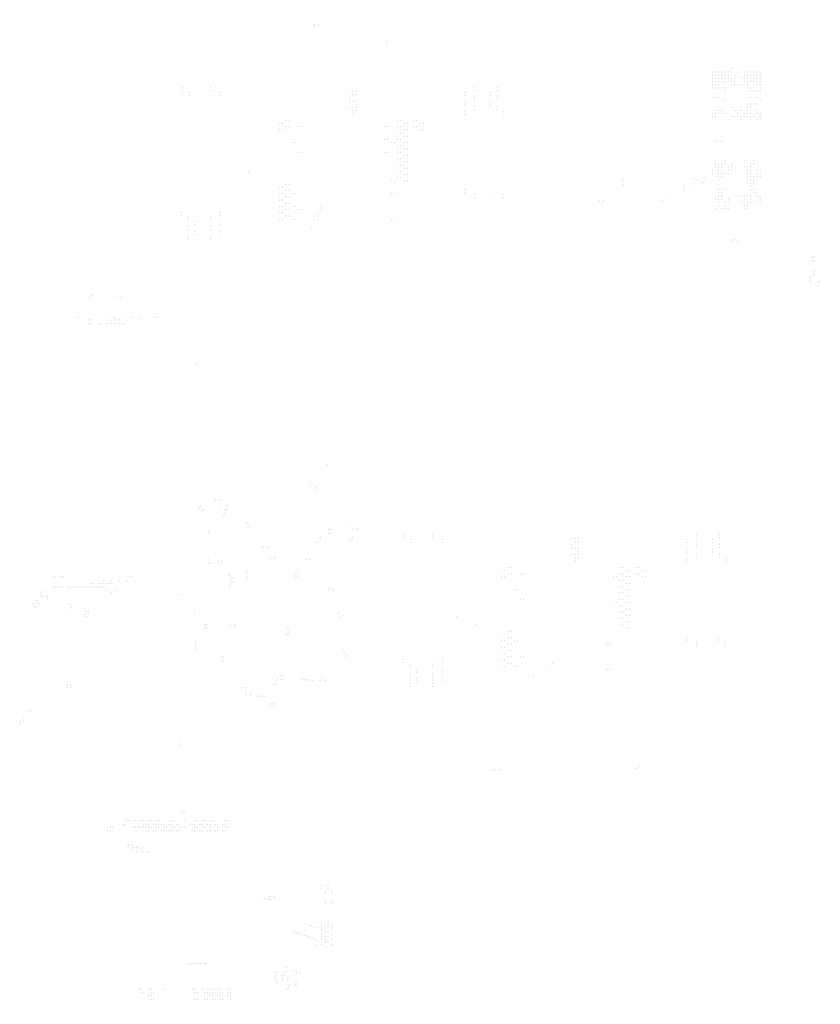
<source format=gbr>
G04 Created by GerbView*
%FSLAX35Y35*%
%MOMM*%
G75*
%ADD10C,0.0254*%
%ADD11C,0.1981*%
%LNEXPORT*%
D02*
D10*
D11*
X22900000Y26485000D03*
D10*
D11*
X22600000Y28262500D03*
D10*
D11*
X11750000Y26350000D03*
D10*
D11*
X14056250Y25725000D03*
D10*
D11*
X11950000Y26250000D03*
D10*
D11*
X14937500Y25725000D03*
D10*
D11*
X11950000Y26450000D03*
D10*
D11*
X13756250Y25875000D03*
D10*
D11*
X11750000Y26550000D03*
D10*
D11*
X14725000Y25875000D03*
D10*
D11*
X11650000Y26350000D03*
D10*
D11*
X14056250Y25825000D03*
D10*
D11*
X11850000Y26250000D03*
D10*
D11*
X14937500Y25825000D03*
D10*
D11*
X11850000Y26450000D03*
D10*
D11*
X13756250Y25975000D03*
D10*
D11*
X11650000Y26550000D03*
D10*
D11*
X14725000Y25975000D03*
D10*
D11*
X18700000Y12350000D03*
D10*
D11*
X21006250Y11725000D03*
D10*
D11*
X18900000Y12250000D03*
D10*
D11*
X21887500Y11725000D03*
D10*
D11*
X18900000Y12450000D03*
D10*
D11*
X20706250Y11875000D03*
D10*
D11*
X18700000Y12550000D03*
D10*
D11*
X21675000Y11875000D03*
D10*
D11*
X18600000Y12350000D03*
D10*
D11*
X21006250Y11825000D03*
D10*
D11*
X18800000Y12250000D03*
D10*
D11*
X21887500Y11825000D03*
D10*
D11*
X18800000Y12450000D03*
D10*
D11*
X20706250Y11975000D03*
D10*
D11*
X18600000Y12550000D03*
D10*
D11*
X21675000Y11975000D03*
D10*
D11*
X5793750Y29175000D03*
D10*
D11*
X4912500Y29175000D03*
D10*
D11*
X6093750Y29025000D03*
D10*
D11*
X5125000Y29025000D03*
D10*
D11*
X5793750Y29075000D03*
D10*
D11*
X4912500Y29075000D03*
D10*
D11*
X6093750Y28925000D03*
D10*
D11*
X5125000Y28925000D03*
D10*
D11*
X12743750Y15175000D03*
D10*
D11*
X15200000Y14150000D03*
D10*
D11*
X11862500Y15175000D03*
D10*
D11*
X15000000Y14050000D03*
D10*
D11*
X13043750Y15025000D03*
D10*
D11*
X15200000Y13950000D03*
D10*
D11*
X12075000Y15025000D03*
D10*
D11*
X15000000Y13850000D03*
D10*
D11*
X12743750Y15075000D03*
D10*
D11*
X15100000Y14150000D03*
D10*
D11*
X11862500Y15075000D03*
D10*
D11*
X14900000Y14050000D03*
D10*
D11*
X13043750Y14925000D03*
D10*
D11*
X15100000Y13950000D03*
D10*
D11*
X12075000Y14925000D03*
D10*
D11*
X14900000Y13850000D03*
D10*
D11*
X4733210Y6102130D03*
D10*
D11*
X4813220Y6102130D03*
D10*
D11*
X3170000Y21900000D03*
D10*
D11*
X3330000Y21980000D03*
D10*
D11*
X3570000Y21980000D03*
D10*
D11*
X22800000Y25585000D03*
D10*
D11*
X22700000Y25685000D03*
D10*
D11*
X22600000Y25785000D03*
D10*
D11*
X6987500Y26518750D03*
D10*
D11*
X14112500Y12356250D03*
D10*
D11*
X4733210Y5901980D03*
D10*
D11*
X4813220Y5901980D03*
D10*
D11*
X4813220Y6022120D03*
D10*
D11*
X4892980Y6022120D03*
D10*
D11*
X9450000Y17331250D03*
D10*
D11*
X22500000Y26885000D03*
D10*
D11*
X9406910Y17380590D03*
D10*
D11*
X9387510Y3943390D03*
D10*
D11*
X9387510Y4023400D03*
D10*
D11*
X9267370Y4103410D03*
D10*
D11*
X9267370Y4183420D03*
D10*
D11*
X22800000Y28262500D03*
D10*
D11*
X22700000Y28362500D03*
D10*
D11*
X23000000Y28162500D03*
D10*
D11*
X23000000Y28262500D03*
D10*
D11*
X22700000Y28562500D03*
D10*
D11*
X22900000Y28462500D03*
D10*
D11*
X22600000Y28562500D03*
D10*
D11*
X22700000Y28162500D03*
D10*
D11*
X22400000Y28462500D03*
D10*
D11*
X22900000Y28162500D03*
D10*
D11*
X22500000Y28262500D03*
D10*
D11*
X22700000Y28262500D03*
D10*
D11*
X22600000Y28462500D03*
D10*
D11*
X22500000Y28362500D03*
D10*
D11*
X5325000Y11656650D03*
D10*
D11*
X5325000Y11846150D03*
D10*
D11*
X6930070Y13844100D03*
D10*
D11*
X5325000Y11593360D03*
D10*
D11*
X5325000Y11782860D03*
D10*
D11*
X6930070Y13954100D03*
D10*
D11*
X5661360Y12352500D03*
D10*
D11*
X6425000Y12300000D03*
D10*
D11*
X5661360Y12252500D03*
D10*
D11*
X6525000Y12300000D03*
D10*
D11*
X4856250Y8700000D03*
D10*
D11*
X8231250Y12092500D03*
D10*
D11*
X4856250Y8600000D03*
D10*
D11*
X8231250Y12192500D03*
D10*
D11*
X5483060Y1750000D03*
D10*
D11*
X9497500Y15325000D03*
D10*
D11*
X5583060Y1750000D03*
D10*
D11*
X9497500Y15225000D03*
D10*
D11*
X2690000Y21900000D03*
D10*
D11*
X2770000Y21900000D03*
D10*
D11*
X21600000Y28362500D03*
D10*
D11*
X22600000Y25485000D03*
D10*
D11*
X21600000Y28462500D03*
D10*
D11*
X22500000Y25685000D03*
D10*
D11*
X21600000Y28262500D03*
D10*
D11*
X22900000Y25885000D03*
D10*
D11*
X21800000Y28462500D03*
D10*
D11*
X22500000Y25785000D03*
D10*
D11*
X21700000Y28462500D03*
D10*
D11*
X22600000Y25385000D03*
D10*
D11*
X21500000Y28262500D03*
D10*
D11*
X22300000Y25785000D03*
D10*
D11*
X21700000Y28562500D03*
D10*
D11*
X22500000Y25485000D03*
D10*
D11*
X21500000Y28362500D03*
D10*
D11*
X22400000Y25585000D03*
D10*
D11*
X21900000Y28762500D03*
D10*
D11*
X22500000Y25385000D03*
D10*
D11*
X21800000Y28362500D03*
D10*
D11*
X22700000Y25785000D03*
D10*
D11*
X21700000Y28362500D03*
D10*
D11*
X23000000Y25585000D03*
D10*
D11*
X21900000Y28362500D03*
D10*
D11*
X22900000Y25785000D03*
D10*
D11*
X4050000Y21980000D03*
D10*
D11*
X4130000Y21980000D03*
D10*
D11*
X23000000Y26585000D03*
D10*
D11*
X22700000Y26385000D03*
D10*
D11*
X22800000Y26785000D03*
D10*
D11*
X23000000Y26485000D03*
D10*
D11*
X22600000Y26385000D03*
D10*
D11*
X22700000Y26285000D03*
D10*
D11*
X22900000Y26385000D03*
D10*
D11*
X22800000Y26285000D03*
D10*
D11*
X23000000Y26385000D03*
D10*
D11*
X4781250Y13306250D03*
D10*
D11*
X5301100Y20512500D03*
D10*
D11*
X5366900Y20512500D03*
D10*
D11*
X7664000Y9825000D03*
D10*
D11*
X7763750Y9825000D03*
D10*
D11*
X8950000Y24750000D03*
D10*
D11*
X15900000Y10750000D03*
D10*
D11*
X22900000Y28862500D03*
D10*
D11*
X23000000Y28762500D03*
D10*
D11*
X22700000Y28862500D03*
D10*
D11*
X21600000Y29662500D03*
D10*
D11*
X21800000Y29462500D03*
D10*
D11*
X21700000Y29562500D03*
D10*
D11*
X22100000Y29262500D03*
D10*
D11*
X21800000Y29562500D03*
D10*
D11*
X21900000Y29462500D03*
D10*
D11*
X21700000Y29662500D03*
D10*
D11*
X22000000Y29462500D03*
D10*
D11*
X21800000Y29662500D03*
D10*
D11*
X22000000Y29362500D03*
D10*
D11*
X21900000Y29562500D03*
D10*
D11*
X21700000Y29462500D03*
D10*
D11*
X21600000Y29262500D03*
D10*
D11*
X21800000Y29362500D03*
D10*
D11*
X21500000Y29462500D03*
D10*
D11*
X21900000Y29362500D03*
D10*
D11*
X21500000Y29362500D03*
D10*
D11*
X21700000Y29162500D03*
D10*
D11*
X21500000Y29262500D03*
D10*
D11*
X21600000Y29162500D03*
D10*
D11*
X21800000Y29162500D03*
D10*
D11*
X21500000Y29162500D03*
D10*
D11*
X21600000Y29562500D03*
D10*
D11*
X22100000Y29362500D03*
D10*
D11*
X22000000Y29562500D03*
D10*
D11*
X22100000Y29462500D03*
D10*
D11*
X21900000Y29662500D03*
D10*
D11*
X22200000Y29262500D03*
D10*
D11*
X22000000Y29662500D03*
D10*
D11*
X21500000Y29662500D03*
D10*
D11*
X21600000Y29362500D03*
D10*
D11*
X21600000Y29462500D03*
D10*
D11*
X21700000Y29362500D03*
D10*
D11*
X21500000Y29562500D03*
D10*
D11*
X21700000Y29262500D03*
D10*
D11*
X22800000Y29362500D03*
D10*
D11*
X22800000Y29462500D03*
D10*
D11*
X22900000Y29362500D03*
D10*
D11*
X22700000Y29362500D03*
D10*
D11*
X22900000Y29462500D03*
D10*
D11*
X23000000Y29562500D03*
D10*
D11*
X22900000Y29262500D03*
D10*
D11*
X23000000Y29462500D03*
D10*
D11*
X22700000Y29162500D03*
D10*
D11*
X22800000Y29162500D03*
D10*
D11*
X22600000Y29162500D03*
D10*
D11*
X23000000Y29362500D03*
D10*
D11*
X22800000Y29562500D03*
D10*
D11*
X22800000Y29662500D03*
D10*
D11*
X22700000Y29662500D03*
D10*
D11*
X22500000Y29462500D03*
D10*
D11*
X22600000Y29462500D03*
D10*
D11*
X22500000Y29562500D03*
D10*
D11*
X22500000Y29362500D03*
D10*
D11*
X22600000Y29262500D03*
D10*
D11*
X22600000Y29662500D03*
D10*
D11*
X22400000Y29462500D03*
D10*
D11*
X22700000Y29062500D03*
D10*
D11*
X22900000Y29562500D03*
D10*
D11*
X23000000Y29262500D03*
D10*
D11*
X22800000Y29062500D03*
D10*
D11*
X23000000Y29162500D03*
D10*
D11*
X22900000Y29062500D03*
D10*
D11*
X22600000Y29062500D03*
D10*
D11*
X23000000Y29062500D03*
D10*
D11*
X23000000Y29662500D03*
D10*
D11*
X22700000Y29462500D03*
D10*
D11*
X22900000Y29662500D03*
D10*
D11*
X22700000Y29562500D03*
D10*
D11*
X22600000Y29562500D03*
D10*
D11*
X22600000Y29362500D03*
D10*
D11*
X24812500Y23076250D03*
D10*
D11*
X24812500Y22976250D03*
D10*
D11*
X24543750Y23232500D03*
D10*
D11*
X24543750Y23132500D03*
D10*
D11*
X24656250Y23419610D03*
D10*
D11*
X24656250Y23345390D03*
D10*
D11*
X24625000Y23863750D03*
D10*
D11*
X24625000Y23763750D03*
D10*
D11*
X22600000Y28362500D03*
D10*
D11*
X8900000Y14411360D03*
D10*
D11*
X9050000Y25050000D03*
D10*
D11*
X5163020Y1750000D03*
D10*
D11*
X9509150Y13509890D03*
D10*
D11*
X8800000Y14411360D03*
D10*
D11*
X9050000Y25150000D03*
D10*
D11*
X5263020Y1750000D03*
D10*
D11*
X9609150Y13509890D03*
D10*
D11*
X8510500Y13853750D03*
D10*
D11*
X8725000Y10632500D03*
D10*
D11*
X8510500Y13953750D03*
D10*
D11*
X8825000Y10632500D03*
D10*
D11*
X10122750Y15037500D03*
D10*
D11*
X22237500Y24404900D03*
D10*
D11*
X10351500Y15338000D03*
D10*
D11*
X21737500Y27483750D03*
D10*
D11*
X7768750Y14435400D03*
D10*
D11*
X9150000Y25150000D03*
D10*
D11*
X10232750Y15037500D03*
D10*
D11*
X22137500Y24404900D03*
D10*
D11*
X10241500Y15338000D03*
D10*
D11*
X21637500Y27483750D03*
D10*
D11*
X7668750Y14435400D03*
D10*
D11*
X9150000Y25250000D03*
D10*
D11*
X-00054999Y9380000D03*
D10*
D11*
X-00163999Y9266000D03*
D10*
D11*
X148000Y9696000D03*
D10*
D11*
X10026000Y11370000D03*
D10*
D11*
X10178000Y14988000D03*
D10*
D11*
X10218000Y15395000D03*
D10*
D11*
X10237000Y15099000D03*
D10*
D11*
X10397000Y15378000D03*
D10*
D11*
X1301000Y10456000D03*
D10*
D11*
X1343000Y13013000D03*
D10*
D11*
X1408000Y10457000D03*
D10*
D11*
X1436000Y12878000D03*
D10*
D11*
X14637000Y7808000D03*
D10*
D11*
X14879000Y7809000D03*
D10*
D11*
X17928000Y25634000D03*
D10*
D11*
X18106000Y25636000D03*
D10*
D11*
X18689000Y26292000D03*
D10*
D11*
X18694000Y26090000D03*
D10*
D11*
X1912000Y12598000D03*
D10*
D11*
X1965000Y12787000D03*
D10*
D11*
X1966000Y12695000D03*
D10*
D11*
X19087000Y7866000D03*
D10*
D11*
X19187000Y7963000D03*
D10*
D11*
X19836000Y25649000D03*
D10*
D11*
X225000Y13026850D03*
D10*
D11*
X20000000Y25652000D03*
D10*
D11*
X21575000Y27527000D03*
D10*
D11*
X21812000Y27483000D03*
D10*
D11*
X22086000Y24356000D03*
D10*
D11*
X22292000Y24356000D03*
D10*
D11*
X24580000Y23084000D03*
D10*
D11*
X24592000Y23272000D03*
D10*
D11*
X24682000Y23739000D03*
D10*
D11*
X24685000Y23294000D03*
D10*
D11*
X24685000Y23880000D03*
D10*
D11*
X24709000Y23458000D03*
D10*
D11*
X24861000Y23107000D03*
D10*
D11*
X2770000Y21980000D03*
D10*
D11*
X308000Y13138000D03*
D10*
D11*
X323000Y12904000D03*
D10*
D11*
X3203000Y5408000D03*
D10*
D11*
X3339000Y5320000D03*
D10*
D11*
X3453050Y5901980D03*
D10*
D11*
X3477000Y5264000D03*
D10*
D11*
X3514000Y5415000D03*
D10*
D11*
X3533060Y6022120D03*
D10*
D11*
X3620000Y5228000D03*
D10*
D11*
X3656000Y5369000D03*
D10*
D11*
X3693080Y6102130D03*
D10*
D11*
X3773090Y6022120D03*
D10*
D11*
X3845000Y5229000D03*
D10*
D11*
X427000Y13018000D03*
D10*
D11*
X4050000Y22100000D03*
D10*
D11*
X4173140Y6102130D03*
D10*
D11*
X4333160Y951520D03*
D10*
D11*
X4413170Y5901980D03*
D10*
D11*
X4972990Y6022120D03*
D10*
D11*
X4972990Y6222020D03*
D10*
D11*
X504000Y13385000D03*
D10*
D11*
X538000Y13237000D03*
D10*
D11*
X5100000Y1750000D03*
D10*
D11*
X5133010Y6102130D03*
D10*
D11*
X5325000Y1750000D03*
D10*
D11*
X5407000Y20561000D03*
D10*
D11*
X5425000Y1750000D03*
D10*
D11*
X5437500Y16012500D03*
D10*
D11*
X5525000Y15925000D03*
D10*
D11*
X5600000Y12250000D03*
D10*
D11*
X5606250Y12350000D03*
D10*
D11*
X5643750Y1750000D03*
D10*
D11*
X5693080Y951520D03*
D10*
D11*
X5725000Y15275000D03*
D10*
D11*
X5773090Y831630D03*
D10*
D11*
X5800000Y14275000D03*
D10*
D11*
X5925000Y16287500D03*
D10*
D11*
X5933110Y951520D03*
D10*
D11*
X632000Y13250000D03*
D10*
D11*
X6013120Y831630D03*
D10*
D11*
X6025000Y14300000D03*
D10*
D11*
X6100000Y15950000D03*
D10*
D11*
X6125000Y11375000D03*
D10*
D11*
X6125000Y16262500D03*
D10*
D11*
X6127000Y11215000D03*
D10*
D11*
X6150000Y14300000D03*
D10*
D11*
X6204000Y15779000D03*
D10*
D11*
X6322000Y15927000D03*
D10*
D11*
X6350000Y16100000D03*
D10*
D11*
X6359000Y13929000D03*
D10*
D11*
X6393750Y12350000D03*
D10*
D11*
X6397000Y13568000D03*
D10*
D11*
X6523000Y13820000D03*
D10*
D11*
X6525000Y13700000D03*
D10*
D11*
X6556250Y12350000D03*
D10*
D11*
X6890000Y10152000D03*
D10*
D11*
X6890000Y10331000D03*
D10*
D11*
X6910000Y15548000D03*
D10*
D11*
X6912500Y14012500D03*
D10*
D11*
X6937500Y13781250D03*
D10*
D11*
X7006000Y15384000D03*
D10*
D11*
X7056000Y10151000D03*
D10*
D11*
X7247000Y10123000D03*
D10*
D11*
X7392000Y14761000D03*
D10*
D11*
X7462500Y3806250D03*
D10*
D11*
X7471000Y10123000D03*
D10*
D11*
X7590000Y14759000D03*
D10*
D11*
X7606250Y3818750D03*
D10*
D11*
X7637500Y14387500D03*
D10*
D11*
X7658000Y9885000D03*
D10*
D11*
X7675000Y3756250D03*
D10*
D11*
X7776000Y9887000D03*
D10*
D11*
X7778000Y10477000D03*
D10*
D11*
X7804000Y1491000D03*
D10*
D11*
X7806250Y3800000D03*
D10*
D11*
X7818750Y14481250D03*
D10*
D11*
X7822000Y1338000D03*
D10*
D11*
X7832000Y1264000D03*
D10*
D11*
X7890000Y10652000D03*
D10*
D11*
X8030000Y1233000D03*
D10*
D11*
X8057000Y10746000D03*
D10*
D11*
X8058000Y10650000D03*
D10*
D11*
X8092000Y1376000D03*
D10*
D11*
X8103000Y1503000D03*
D10*
D11*
X8109000Y1650000D03*
D10*
D11*
X8181250Y12062500D03*
D10*
D11*
X8181250Y12225000D03*
D10*
D11*
X8183000Y947000D03*
D10*
D11*
X8292000Y1098000D03*
D10*
D11*
X8399000Y1529000D03*
D10*
D11*
X8423000Y1094000D03*
D10*
D11*
X8437500Y13931250D03*
D10*
D11*
X8438000Y13830000D03*
D10*
D11*
X8587000Y1452000D03*
D10*
D11*
X8665000Y10643000D03*
D10*
D11*
X8894000Y10619000D03*
D10*
D11*
X8918000Y16703000D03*
D10*
D11*
X9003000Y10618000D03*
D10*
D11*
X9056000Y16561000D03*
D10*
D11*
X9090000Y14929000D03*
D10*
D11*
X9175000Y31137500D03*
D10*
D11*
X9227000Y10619000D03*
D10*
D11*
X9228000Y15100000D03*
D10*
D11*
X9403000Y10618000D03*
D10*
D11*
X9481250Y13450000D03*
D10*
D11*
X9563000Y15349000D03*
D10*
D11*
X9564000Y15215000D03*
D10*
D11*
X9637500Y13450000D03*
D10*
D11*
X9812500Y12750000D03*
D10*
D11*
X9925000Y12643750D03*
D10*
D11*
X9951000Y11561000D03*
D10*
D11*
X21600000Y28862500D03*
D10*
D11*
X21700000Y28862500D03*
D10*
D11*
X21500000Y28862500D03*
D10*
D11*
X21900000Y29162500D03*
D10*
D11*
X21900000Y29062500D03*
D10*
D11*
X22100000Y28262500D03*
D10*
D11*
X22000000Y28162500D03*
D10*
D11*
X-00056249Y9325000D03*
D10*
D11*
X7993460Y10642250D03*
D10*
D11*
X-00162499Y9325000D03*
D10*
D11*
X7993460Y10752250D03*
D10*
D11*
X150000Y9637500D03*
D10*
D11*
X7850000Y10602250D03*
D10*
D11*
X43750Y9637500D03*
D10*
D11*
X7850000Y10492250D03*
D10*
D11*
X12250000Y28150000D03*
D10*
D11*
X3613070Y6222020D03*
D10*
D11*
X12450000Y28050000D03*
D10*
D11*
X3373040Y6222020D03*
D10*
D11*
X12250000Y27950000D03*
D10*
D11*
X3613070Y6022120D03*
D10*
D11*
X12450000Y27850000D03*
D10*
D11*
X3373040Y6022120D03*
D10*
D11*
X12150000Y28150000D03*
D10*
D11*
X3693080Y6222020D03*
D10*
D11*
X12350000Y28050000D03*
D10*
D11*
X3453050Y6222020D03*
D10*
D11*
X12150000Y27950000D03*
D10*
D11*
X3693080Y6022120D03*
D10*
D11*
X12350000Y27850000D03*
D10*
D11*
X3453050Y6022120D03*
D10*
D11*
X19200000Y14150000D03*
D10*
D11*
X4093130Y6222020D03*
D10*
D11*
X19400000Y14050000D03*
D10*
D11*
X3853100Y6222020D03*
D10*
D11*
X19200000Y13950000D03*
D10*
D11*
X4093130Y6022120D03*
D10*
D11*
X19400000Y13850000D03*
D10*
D11*
X4333160Y6022120D03*
D10*
D11*
X19100000Y14150000D03*
D10*
D11*
X4173140Y6222020D03*
D10*
D11*
X19300000Y14050000D03*
D10*
D11*
X3933110Y6222020D03*
D10*
D11*
X19100000Y13950000D03*
D10*
D11*
X4173140Y6022120D03*
D10*
D11*
X19300000Y13850000D03*
D10*
D11*
X4413170Y6022120D03*
D10*
D11*
X11750000Y28150000D03*
D10*
D11*
X3677510Y5251000D03*
D10*
D11*
X11950000Y28050000D03*
D10*
D11*
X3354500Y5378740D03*
D10*
D11*
X11750000Y27950000D03*
D10*
D11*
X3514760Y5319490D03*
D10*
D11*
X11950000Y27850000D03*
D10*
D11*
X3229500Y5462500D03*
D10*
D11*
X11650000Y28150000D03*
D10*
D11*
X3787510Y5251000D03*
D10*
D11*
X11850000Y28050000D03*
D10*
D11*
X3464500Y5378740D03*
D10*
D11*
X11650000Y27950000D03*
D10*
D11*
X3624760Y5319490D03*
D10*
D11*
X11850000Y27850000D03*
D10*
D11*
X3339500Y5462500D03*
D10*
D11*
X18700000Y14150000D03*
D10*
D11*
X4253150Y5901980D03*
D10*
D11*
X18900000Y14050000D03*
D10*
D11*
X4013120Y5901980D03*
D10*
D11*
X18700000Y13950000D03*
D10*
D11*
X4013120Y6102130D03*
D10*
D11*
X18900000Y13850000D03*
D10*
D11*
X3773090Y6102130D03*
D10*
D11*
X18600000Y14150000D03*
D10*
D11*
X4333160Y5901980D03*
D10*
D11*
X18800000Y14050000D03*
D10*
D11*
X4093130Y5901980D03*
D10*
D11*
X18600000Y13950000D03*
D10*
D11*
X4093130Y6102130D03*
D10*
D11*
X18800000Y13850000D03*
D10*
D11*
X3853100Y6102130D03*
D10*
D11*
X22700000Y25585000D03*
D10*
D11*
X22600000Y25585000D03*
D10*
D11*
X22400000Y25785000D03*
D10*
D11*
X22600000Y26685000D03*
D10*
D11*
X5613070Y6222020D03*
D10*
D11*
X5533060Y6222020D03*
D10*
D11*
X5533060Y6102130D03*
D10*
D11*
X5453050Y6102130D03*
D10*
D11*
X22700000Y26585000D03*
D10*
D11*
X5613070Y6022120D03*
D10*
D11*
X22900000Y26585000D03*
D10*
D11*
X5533060Y6022120D03*
D10*
D11*
X5533060Y5901980D03*
D10*
D11*
X22700000Y26485000D03*
D10*
D11*
X5453050Y5901980D03*
D10*
D11*
X22800000Y26885000D03*
D10*
D11*
X3330000Y13850000D03*
D10*
D11*
X3250000Y13850000D03*
D10*
D11*
X11350000Y27150000D03*
D10*
D11*
X8550000Y27950000D03*
D10*
D11*
X8550000Y25350000D03*
D10*
D11*
X8350000Y25050000D03*
D10*
D11*
X15500000Y13950000D03*
D10*
D11*
X11550000Y25050000D03*
D10*
D11*
X15300000Y13450000D03*
D10*
D11*
X15500000Y13150000D03*
D10*
D11*
X15500000Y11350000D03*
D10*
D11*
X15300000Y11850000D03*
D10*
D11*
X15300000Y11050000D03*
D10*
D11*
X11350000Y27950000D03*
D10*
D11*
X11550000Y25850000D03*
D10*
D11*
X11550000Y26250000D03*
D10*
D11*
X11550000Y27450000D03*
D10*
D11*
X8350000Y27450000D03*
D10*
D11*
X8350000Y25850000D03*
D10*
D11*
X8550000Y27150000D03*
D10*
D11*
X11250000Y27150000D03*
D10*
D11*
X8650000Y27950000D03*
D10*
D11*
X8650000Y25350000D03*
D10*
D11*
X8450000Y25050000D03*
D10*
D11*
X15600000Y13950000D03*
D10*
D11*
X11450000Y25050000D03*
D10*
D11*
X15400000Y13450000D03*
D10*
D11*
X15600000Y13150000D03*
D10*
D11*
X15600000Y11350000D03*
D10*
D11*
X15400000Y11850000D03*
D10*
D11*
X15400000Y11050000D03*
D10*
D11*
X11250000Y27950000D03*
D10*
D11*
X11450000Y25850000D03*
D10*
D11*
X11450000Y26250000D03*
D10*
D11*
X11450000Y27450000D03*
D10*
D11*
X8450000Y27450000D03*
D10*
D11*
X8450000Y25850000D03*
D10*
D11*
X8650000Y27150000D03*
D10*
D11*
X3053000Y6102130D03*
D10*
D11*
X5731250Y14386250D03*
D10*
D11*
X6137500Y14362500D03*
D10*
D11*
X6465830Y13812930D03*
D10*
D11*
X3853100Y6022120D03*
D10*
D11*
X6387500Y13631680D03*
D10*
D11*
X14705000Y7825000D03*
D10*
D11*
X3133000Y6102000D03*
D10*
D11*
X5731250Y14286250D03*
D10*
D11*
X6037500Y14362500D03*
D10*
D11*
X6395110Y13883650D03*
D10*
D11*
X3933110Y6022120D03*
D10*
D11*
X6458220Y13702400D03*
D10*
D11*
X14805000Y7825000D03*
D10*
D11*
X19973750Y25600000D03*
D10*
D11*
X7307500Y10123040D03*
D10*
D11*
X19873750Y25600000D03*
D10*
D11*
X7407500Y10123040D03*
D10*
D11*
X20622500Y25959380D03*
D10*
D11*
X2653210Y6022120D03*
D10*
D11*
X20622500Y26059380D03*
D10*
D11*
X2733000Y6022000D03*
D10*
D11*
X10049560Y11431690D03*
D10*
D11*
X18073750Y25587500D03*
D10*
D11*
X17973750Y25587500D03*
D10*
D11*
X9978840Y11502410D03*
D10*
D11*
X18721880Y26140620D03*
D10*
D11*
X3133000Y6222130D03*
D10*
D11*
X18721880Y26240620D03*
D10*
D11*
X3213000Y6222000D03*
D10*
D11*
X6965000Y15426250D03*
D10*
D11*
X9257500Y10687500D03*
D10*
D11*
X6965000Y15526250D03*
D10*
D11*
X9357500Y10687500D03*
D10*
D11*
X11350000Y27550000D03*
D10*
D11*
X5488210Y16043030D03*
D10*
D11*
X5961250Y16240000D03*
D10*
D11*
X8350000Y25450000D03*
D10*
D11*
X3773090Y5901980D03*
D10*
D11*
X7440630Y14796250D03*
D10*
D11*
X11250000Y27550000D03*
D10*
D11*
X5558930Y15972310D03*
D10*
D11*
X6061250Y16240000D03*
D10*
D11*
X8450000Y25450000D03*
D10*
D11*
X3853100Y5901980D03*
D10*
D11*
X7540630Y14796250D03*
D10*
D11*
X18500000Y13050000D03*
D10*
D11*
X18300000Y11750000D03*
D10*
D11*
X18300000Y10950000D03*
D10*
D11*
X18500000Y13850000D03*
D10*
D11*
X18400000Y13050000D03*
D10*
D11*
X18200000Y11750000D03*
D10*
D11*
X18200000Y10950000D03*
D10*
D11*
X18400000Y13850000D03*
D10*
D11*
X11310000Y30626250D03*
D10*
D11*
X6293750Y15979750D03*
D10*
D11*
X6225000Y15948250D03*
D10*
D11*
X9046250Y31079600D03*
D10*
D11*
X19144470Y7838210D03*
D10*
D11*
X11310000Y30526250D03*
D10*
D11*
X6293750Y16089750D03*
D10*
D11*
X6225000Y15838250D03*
D10*
D11*
X9046250Y31142890D03*
D10*
D11*
X19215190Y7908930D03*
D10*
D11*
X5765000Y15226250D03*
D10*
D11*
X6181250Y11350000D03*
D10*
D11*
X5765000Y15326250D03*
D10*
D11*
X6181250Y11250000D03*
D10*
D11*
X850000Y13850000D03*
D10*
D11*
X9093750Y2475000D03*
D10*
D11*
X9267370Y2663480D03*
D10*
D11*
X930000Y13850000D03*
D10*
D11*
X9387510Y2583470D03*
D10*
D11*
X1090000Y13850000D03*
D10*
D11*
X8931250Y2562500D03*
D10*
D11*
X9267370Y2583470D03*
D10*
D11*
X1170000Y13850000D03*
D10*
D11*
X8800000Y2612500D03*
D10*
D11*
X9387510Y2503460D03*
D10*
D11*
X1330000Y13530000D03*
D10*
D11*
X9006250Y2543750D03*
D10*
D11*
X9467520Y2903510D03*
D10*
D11*
X1410000Y13530000D03*
D10*
D11*
X8862500Y2587500D03*
D10*
D11*
X9587410Y2823500D03*
D10*
D11*
X1490000Y13530000D03*
D10*
D11*
X8731250Y2637500D03*
D10*
D11*
X9467520Y2743490D03*
D10*
D11*
X1570000Y13530000D03*
D10*
D11*
X8662500Y2656250D03*
D10*
D11*
X9587410Y2663480D03*
D10*
D11*
X1650000Y13530000D03*
D10*
D11*
X8600000Y2675000D03*
D10*
D11*
X9467520Y2583470D03*
D10*
D11*
X1730000Y13530000D03*
D10*
D11*
X8531250Y2700000D03*
D10*
D11*
X9587410Y2503460D03*
D10*
D11*
X1810000Y13530000D03*
D10*
D11*
X8468750Y2725000D03*
D10*
D11*
X9467520Y2423450D03*
D10*
D11*
X1890000Y13530000D03*
D10*
D11*
X8393750Y2743750D03*
D10*
D11*
X9587410Y2343440D03*
D10*
D11*
X2690000Y21780000D03*
D10*
D11*
X2770000Y21780000D03*
D10*
D11*
X2530000Y21780000D03*
D10*
D11*
X9467520Y2983520D03*
D10*
D11*
X2610000Y21780000D03*
D10*
D11*
X9587410Y2903510D03*
D10*
D11*
X3090000Y21780000D03*
D10*
D11*
X3010000Y21780000D03*
D10*
D11*
X1298500Y10393750D03*
D10*
D11*
X1408500Y10393750D03*
D10*
D11*
X22100000Y28562500D03*
D10*
D11*
X22200000Y28262500D03*
D10*
D11*
X22200000Y28462500D03*
D10*
D11*
X22700000Y26085000D03*
D10*
D11*
X9156760Y14944260D03*
D10*
D11*
X9790780Y12686930D03*
D10*
D11*
X9227480Y15014980D03*
D10*
D11*
X9861500Y12616210D03*
D10*
D11*
X4370000Y21900000D03*
D10*
D11*
X5293750Y12731250D03*
D10*
D11*
X1650000Y21980000D03*
D10*
D11*
X22800000Y25885000D03*
D10*
D11*
X23000000Y25685000D03*
D10*
D11*
X22700000Y25985000D03*
D10*
D11*
X23000000Y25785000D03*
D10*
D11*
X22800000Y25985000D03*
D10*
D11*
X22900000Y28662500D03*
D10*
D11*
X22700000Y28662500D03*
D10*
D11*
X22300000Y28362500D03*
D10*
D11*
X22300000Y28262500D03*
D10*
D11*
X22900000Y28362500D03*
D10*
D11*
X22600000Y28662500D03*
D10*
D11*
X23000000Y28362500D03*
D10*
D11*
X22800000Y28662500D03*
D10*
D11*
X22400000Y28562500D03*
D10*
D11*
X22400000Y28262500D03*
D10*
D11*
X22300000Y28462500D03*
D10*
D11*
X22400000Y28162500D03*
D10*
D11*
X22137500Y29781250D03*
D10*
D11*
X22200000Y29362500D03*
D10*
D11*
X22100000Y29662500D03*
D10*
D11*
X22200000Y29462500D03*
D10*
D11*
X22200000Y29562500D03*
D10*
D11*
X22300000Y29262500D03*
D10*
D11*
X22400000Y29262500D03*
D10*
D11*
X22300000Y29662500D03*
D10*
D11*
X4493180Y6102130D03*
D10*
D11*
X4573190Y6102130D03*
D10*
D11*
X4573190Y6222020D03*
D10*
D11*
X4653200Y6222020D03*
D10*
D11*
X1400000Y12986400D03*
D10*
D11*
X262500Y12986400D03*
D10*
D11*
X1400000Y12920600D03*
D10*
D11*
X262500Y12920600D03*
D10*
D11*
X1906250Y12773900D03*
D10*
D11*
X687500Y13242650D03*
D10*
D11*
X1906250Y12708100D03*
D10*
D11*
X687500Y13180000D03*
D10*
D11*
X4493180Y5901980D03*
D10*
D11*
X4573190Y5901980D03*
D10*
D11*
X4573190Y6022120D03*
D10*
D11*
X4653200Y6022120D03*
D10*
D11*
X1837500Y12686400D03*
D10*
D11*
X362500Y13105150D03*
D10*
D11*
X1837500Y12620600D03*
D10*
D11*
X362500Y13039350D03*
D10*
D11*
X1837500Y12867650D03*
D10*
D11*
X487500Y13329400D03*
D10*
D11*
X1837500Y12801850D03*
D10*
D11*
X487500Y13263600D03*
D10*
D11*
X1010000Y13530000D03*
D10*
D11*
X9387510Y2423450D03*
D10*
D11*
X1170000Y13530000D03*
D10*
D11*
X9387510Y2263430D03*
D10*
D11*
X9587410Y3943390D03*
D10*
D11*
X9587410Y4023400D03*
D10*
D11*
X9467520Y4103410D03*
D10*
D11*
X9467520Y4183420D03*
D10*
D11*
X850000Y13530000D03*
D10*
D11*
X9387510Y2743490D03*
D10*
D11*
X930000Y13530000D03*
D10*
D11*
X9087500Y2306250D03*
D10*
D11*
X9267370Y2503460D03*
D10*
D11*
X1090000Y13530000D03*
D10*
D11*
X9267370Y2343440D03*
D10*
D11*
X11750000Y27750000D03*
D10*
D11*
X14768750Y29075000D03*
D10*
D11*
X11950000Y27650000D03*
D10*
D11*
X14051750Y29075000D03*
D10*
D11*
X11950000Y26650000D03*
D10*
D11*
X14975000Y28325000D03*
D10*
D11*
X11750000Y26750000D03*
D10*
D11*
X13750000Y28325000D03*
D10*
D11*
X11750000Y27550000D03*
D10*
D11*
X14550000Y28925000D03*
D10*
D11*
X11950000Y27450000D03*
D10*
D11*
X13750000Y28925000D03*
D10*
D11*
X11750000Y27350000D03*
D10*
D11*
X14768750Y28775000D03*
D10*
D11*
X11950000Y27250000D03*
D10*
D11*
X14051750Y28775000D03*
D10*
D11*
X11950000Y27050000D03*
D10*
D11*
X14550000Y28625000D03*
D10*
D11*
X11750000Y27150000D03*
D10*
D11*
X13750000Y28625000D03*
D10*
D11*
X11950000Y26850000D03*
D10*
D11*
X14768750Y28475000D03*
D10*
D11*
X11750000Y26950000D03*
D10*
D11*
X14051750Y28475000D03*
D10*
D11*
X11650000Y27750000D03*
D10*
D11*
X14768750Y29175000D03*
D10*
D11*
X11850000Y27650000D03*
D10*
D11*
X14051750Y29175000D03*
D10*
D11*
X11850000Y26650000D03*
D10*
D11*
X14975000Y28425000D03*
D10*
D11*
X11650000Y26750000D03*
D10*
D11*
X13750000Y28425000D03*
D10*
D11*
X11650000Y27550000D03*
D10*
D11*
X14550000Y29025000D03*
D10*
D11*
X11850000Y27450000D03*
D10*
D11*
X13750000Y29025000D03*
D10*
D11*
X11650000Y27350000D03*
D10*
D11*
X14768750Y28875000D03*
D10*
D11*
X11850000Y27250000D03*
D10*
D11*
X14051750Y28875000D03*
D10*
D11*
X11850000Y27050000D03*
D10*
D11*
X14550000Y28725000D03*
D10*
D11*
X11650000Y27150000D03*
D10*
D11*
X13750000Y28725000D03*
D10*
D11*
X11850000Y26850000D03*
D10*
D11*
X14768750Y28575000D03*
D10*
D11*
X11650000Y26950000D03*
D10*
D11*
X14051750Y28575000D03*
D10*
D11*
X18700000Y13750000D03*
D10*
D11*
X21718750Y15075000D03*
D10*
D11*
X18900000Y13650000D03*
D10*
D11*
X21001750Y15075000D03*
D10*
D11*
X18900000Y12650000D03*
D10*
D11*
X21925000Y14325000D03*
D10*
D11*
X18700000Y12750000D03*
D10*
D11*
X20700000Y14325000D03*
D10*
D11*
X18700000Y13550000D03*
D10*
D11*
X21500000Y14925000D03*
D10*
D11*
X18900000Y13450000D03*
D10*
D11*
X20700000Y14925000D03*
D10*
D11*
X18700000Y13350000D03*
D10*
D11*
X21718750Y14775000D03*
D10*
D11*
X18900000Y13250000D03*
D10*
D11*
X21001750Y14775000D03*
D10*
D11*
X18900000Y13050000D03*
D10*
D11*
X21500000Y14625000D03*
D10*
D11*
X18700000Y13150000D03*
D10*
D11*
X20700000Y14625000D03*
D10*
D11*
X18900000Y12850000D03*
D10*
D11*
X21718750Y14475000D03*
D10*
D11*
X18700000Y12950000D03*
D10*
D11*
X21001750Y14475000D03*
D10*
D11*
X18600000Y13750000D03*
D10*
D11*
X21718750Y15175000D03*
D10*
D11*
X18800000Y13650000D03*
D10*
D11*
X21001750Y15175000D03*
D10*
D11*
X18800000Y12650000D03*
D10*
D11*
X21925000Y14425000D03*
D10*
D11*
X18600000Y12750000D03*
D10*
D11*
X20700000Y14425000D03*
D10*
D11*
X18600000Y13550000D03*
D10*
D11*
X21500000Y15025000D03*
D10*
D11*
X18800000Y13450000D03*
D10*
D11*
X20700000Y15025000D03*
D10*
D11*
X18600000Y13350000D03*
D10*
D11*
X21718750Y14875000D03*
D10*
D11*
X18800000Y13250000D03*
D10*
D11*
X21001750Y14875000D03*
D10*
D11*
X18800000Y13050000D03*
D10*
D11*
X21500000Y14725000D03*
D10*
D11*
X18600000Y13150000D03*
D10*
D11*
X20700000Y14725000D03*
D10*
D11*
X18800000Y12850000D03*
D10*
D11*
X21718750Y14575000D03*
D10*
D11*
X18600000Y12950000D03*
D10*
D11*
X21001750Y14575000D03*
D10*
D11*
X5081250Y24525000D03*
D10*
D11*
X7950000Y25050000D03*
D10*
D11*
X5798250Y24525000D03*
D10*
D11*
X8150000Y25150000D03*
D10*
D11*
X4875000Y25275000D03*
D10*
D11*
X6100000Y25275000D03*
D10*
D11*
X7950000Y26050000D03*
D10*
D11*
X5300000Y24675000D03*
D10*
D11*
X7950000Y25250000D03*
D10*
D11*
X6100000Y24675000D03*
D10*
D11*
X8150000Y25350000D03*
D10*
D11*
X5081250Y24825000D03*
D10*
D11*
X7950000Y25450000D03*
D10*
D11*
X5798250Y24825000D03*
D10*
D11*
X8150000Y25550000D03*
D10*
D11*
X5300000Y24975000D03*
D10*
D11*
X7950000Y25650000D03*
D10*
D11*
X6100000Y24975000D03*
D10*
D11*
X8150000Y25750000D03*
D10*
D11*
X5081250Y25125000D03*
D10*
D11*
X7950000Y25850000D03*
D10*
D11*
X5798250Y25125000D03*
D10*
D11*
X8150000Y25950000D03*
D10*
D11*
X5081250Y24425000D03*
D10*
D11*
X8050000Y25050000D03*
D10*
D11*
X5798250Y24425000D03*
D10*
D11*
X8250000Y25150000D03*
D10*
D11*
X4875000Y25175000D03*
D10*
D11*
X6100000Y25175000D03*
D10*
D11*
X8050000Y26050000D03*
D10*
D11*
X5300000Y24575000D03*
D10*
D11*
X8050000Y25250000D03*
D10*
D11*
X6100000Y24575000D03*
D10*
D11*
X8250000Y25350000D03*
D10*
D11*
X5081250Y24725000D03*
D10*
D11*
X8050000Y25450000D03*
D10*
D11*
X5798250Y24725000D03*
D10*
D11*
X8250000Y25550000D03*
D10*
D11*
X5300000Y24875000D03*
D10*
D11*
X8050000Y25650000D03*
D10*
D11*
X6100000Y24875000D03*
D10*
D11*
X8250000Y25750000D03*
D10*
D11*
X5081250Y25025000D03*
D10*
D11*
X8050000Y25850000D03*
D10*
D11*
X5798250Y25025000D03*
D10*
D11*
X8250000Y25950000D03*
D10*
D11*
X12031250Y10525000D03*
D10*
D11*
X14900000Y11050000D03*
D10*
D11*
X12748250Y10525000D03*
D10*
D11*
X15100000Y11150000D03*
D10*
D11*
X11825000Y11275000D03*
D10*
D11*
X15100000Y12150000D03*
D10*
D11*
X13050000Y11275000D03*
D10*
D11*
X14900000Y12050000D03*
D10*
D11*
X12250000Y10675000D03*
D10*
D11*
X14900000Y11250000D03*
D10*
D11*
X13050000Y10675000D03*
D10*
D11*
X15100000Y11350000D03*
D10*
D11*
X12031250Y10825000D03*
D10*
D11*
X14900000Y11450000D03*
D10*
D11*
X12748250Y10825000D03*
D10*
D11*
X15100000Y11550000D03*
D10*
D11*
X12250000Y10975000D03*
D10*
D11*
X14900000Y11650000D03*
D10*
D11*
X13050000Y10975000D03*
D10*
D11*
X15100000Y11750000D03*
D10*
D11*
X12031250Y11125000D03*
D10*
D11*
X14900000Y11850000D03*
D10*
D11*
X12748250Y11125000D03*
D10*
D11*
X15100000Y11950000D03*
D10*
D11*
X12031250Y10425000D03*
D10*
D11*
X15000000Y11050000D03*
D10*
D11*
X12748250Y10425000D03*
D10*
D11*
X15200000Y11150000D03*
D10*
D11*
X11825000Y11175000D03*
D10*
D11*
X15200000Y12150000D03*
D10*
D11*
X13050000Y11175000D03*
D10*
D11*
X15000000Y12050000D03*
D10*
D11*
X12250000Y10575000D03*
D10*
D11*
X15000000Y11250000D03*
D10*
D11*
X13050000Y10575000D03*
D10*
D11*
X15200000Y11350000D03*
D10*
D11*
X12031250Y10725000D03*
D10*
D11*
X15000000Y11450000D03*
D10*
D11*
X12748250Y10725000D03*
D10*
D11*
X15200000Y11550000D03*
D10*
D11*
X12250000Y10875000D03*
D10*
D11*
X15000000Y11650000D03*
D10*
D11*
X13050000Y10875000D03*
D10*
D11*
X15200000Y11750000D03*
D10*
D11*
X12031250Y11025000D03*
D10*
D11*
X15000000Y11850000D03*
D10*
D11*
X12748250Y11025000D03*
D10*
D11*
X15200000Y11950000D03*
D10*
D11*
X21247370Y26343750D03*
D10*
D11*
X21500000Y26585000D03*
D10*
D11*
X21700000Y26385000D03*
D10*
D11*
X21700000Y26485000D03*
D10*
D11*
X22100000Y26785000D03*
D10*
D11*
X21600000Y26385000D03*
D10*
D11*
X21800000Y26385000D03*
D10*
D11*
X21900000Y26485000D03*
D10*
D11*
X21500000Y26485000D03*
D10*
D11*
X21700000Y26285000D03*
D10*
D11*
X22100000Y26585000D03*
D10*
D11*
X21900000Y26885000D03*
D10*
D11*
X22100000Y26685000D03*
D10*
D11*
X21700000Y26785000D03*
D10*
D11*
X21206250Y26193740D03*
D10*
D11*
X21800000Y26685000D03*
D10*
D11*
X21168750Y26237500D03*
D10*
D11*
X21700000Y26685000D03*
D10*
D11*
X21030470Y26274500D03*
D10*
D11*
X21600000Y26685000D03*
D10*
D11*
X20981250Y26150000D03*
D10*
D11*
X21600000Y26785000D03*
D10*
D11*
X21700000Y26585000D03*
D10*
D11*
X21800000Y26485000D03*
D10*
D11*
X22000000Y26585000D03*
D10*
D11*
X21800000Y26785000D03*
D10*
D11*
X21800000Y26585000D03*
D10*
D11*
X2850000Y21900000D03*
D10*
D11*
X2930000Y21900000D03*
D10*
D11*
X22000000Y26485000D03*
D10*
D11*
X22000000Y26685000D03*
D10*
D11*
X21900000Y26785000D03*
D10*
D11*
X20900000Y26306250D03*
D10*
D11*
X21600000Y26885000D03*
D10*
D11*
X9028850Y16714900D03*
D10*
D11*
X9250000Y25350000D03*
D10*
D11*
X9099570Y16644180D03*
D10*
D11*
X9250000Y25450000D03*
D10*
D11*
X5293030Y631480D03*
D10*
D11*
X5293030Y831630D03*
D10*
D11*
X5693080Y631480D03*
D10*
D11*
X5693080Y831630D03*
D10*
D11*
X5373040Y631480D03*
D10*
D11*
X5373040Y831630D03*
D10*
D11*
X5293030Y951520D03*
D10*
D11*
X5213020Y951520D03*
D10*
D11*
X5533060Y951520D03*
D10*
D11*
X5613070Y631480D03*
D10*
D11*
X5613070Y831630D03*
D10*
D11*
X5613070Y951520D03*
D10*
D11*
X10250000Y29050000D03*
D10*
D11*
X5853100Y631480D03*
D10*
D11*
X10150000Y29050000D03*
D10*
D11*
X5933110Y631480D03*
D10*
D11*
X10350000Y29050000D03*
D10*
D11*
X6093130Y631480D03*
D10*
D11*
X10350000Y28950000D03*
D10*
D11*
X6173140Y631480D03*
D10*
D11*
X10250000Y28950000D03*
D10*
D11*
X5773090Y751620D03*
D10*
D11*
X10150000Y28850000D03*
D10*
D11*
X5853100Y751620D03*
D10*
D11*
X10350000Y28750000D03*
D10*
D11*
X6093130Y831630D03*
D10*
D11*
X10350000Y28650000D03*
D10*
D11*
X6173140Y831630D03*
D10*
D11*
X10250000Y28750000D03*
D10*
D11*
X5773090Y951520D03*
D10*
D11*
X10150000Y28750000D03*
D10*
D11*
X5853100Y951520D03*
D10*
D11*
X10250000Y28550000D03*
D10*
D11*
X5853100Y831630D03*
D10*
D11*
X10150000Y28550000D03*
D10*
D11*
X5933110Y831630D03*
D10*
D11*
X10350000Y28550000D03*
D10*
D11*
X6013120Y951520D03*
D10*
D11*
X10350000Y28450000D03*
D10*
D11*
X6093130Y951520D03*
D10*
D11*
X10250000Y28450000D03*
D10*
D11*
X6013120Y751620D03*
D10*
D11*
X10250000Y28350000D03*
D10*
D11*
X6093130Y751620D03*
D10*
D11*
X2050000Y21780000D03*
D10*
D11*
X1970000Y21900000D03*
D10*
D11*
X1970000Y21780000D03*
D10*
D11*
X2050000Y21900000D03*
D10*
D11*
X21800000Y25685000D03*
D10*
D11*
X21800000Y25785000D03*
D10*
D11*
X21700000Y25985000D03*
D10*
D11*
X21800000Y25385000D03*
D10*
D11*
X22000000Y25585000D03*
D10*
D11*
X21900000Y25385000D03*
D10*
D11*
X22000000Y25685000D03*
D10*
D11*
X22000000Y25385000D03*
D10*
D11*
X21800000Y25985000D03*
D10*
D11*
X21900000Y25985000D03*
D10*
D11*
X21700000Y25585000D03*
D10*
D11*
X21700000Y25485000D03*
D10*
D11*
X21600000Y25385000D03*
D10*
D11*
X21900000Y25585000D03*
D10*
D11*
X21700000Y25885000D03*
D10*
D11*
X21700000Y25685000D03*
D10*
D11*
X2850000Y21780000D03*
D10*
D11*
X2930000Y21780000D03*
D10*
D11*
X21800000Y25885000D03*
D10*
D11*
X21900000Y25485000D03*
D10*
D11*
X21700000Y25785000D03*
D10*
D11*
X21600000Y25685000D03*
D10*
D11*
X3933110Y951520D03*
D10*
D11*
X4013120Y831630D03*
D10*
D11*
X3613070Y831630D03*
D10*
D11*
X3533060Y951520D03*
D10*
D11*
X3933110Y631480D03*
D10*
D11*
X3933110Y831630D03*
D10*
D11*
X4013120Y631480D03*
D10*
D11*
X3853100Y951520D03*
D10*
D11*
X3853100Y751620D03*
D10*
D11*
X3933110Y751620D03*
D10*
D11*
X3693080Y831630D03*
D10*
D11*
X3613070Y951520D03*
D10*
D11*
X17200000Y15050000D03*
D10*
D11*
X8162500Y1546520D03*
D10*
D11*
X17100000Y15050000D03*
D10*
D11*
X8162500Y1615480D03*
D10*
D11*
X17300000Y15050000D03*
D10*
D11*
X8231250Y993770D03*
D10*
D11*
X17300000Y14950000D03*
D10*
D11*
X8231250Y1062730D03*
D10*
D11*
X17200000Y14950000D03*
D10*
D11*
X8481250Y1518730D03*
D10*
D11*
X17100000Y14850000D03*
D10*
D11*
X8481250Y1449770D03*
D10*
D11*
X17300000Y14750000D03*
D10*
D11*
X8475000Y1062270D03*
D10*
D11*
X17300000Y14650000D03*
D10*
D11*
X8475000Y1131230D03*
D10*
D11*
X17200000Y14750000D03*
D10*
D11*
X7862500Y1390520D03*
D10*
D11*
X17100000Y14750000D03*
D10*
D11*
X7862500Y1459480D03*
D10*
D11*
X17200000Y14550000D03*
D10*
D11*
X8031250Y1293520D03*
D10*
D11*
X17100000Y14550000D03*
D10*
D11*
X8031250Y1362480D03*
D10*
D11*
X17300000Y14550000D03*
D10*
D11*
X7875000Y1218730D03*
D10*
D11*
X17300000Y14450000D03*
D10*
D11*
X7875000Y1149770D03*
D10*
D11*
X17200000Y14450000D03*
D10*
D11*
X8212500Y1296730D03*
D10*
D11*
X17200000Y14350000D03*
D10*
D11*
X8212500Y1227770D03*
D10*
D11*
X13500000Y12600000D03*
D10*
D11*
X2012500Y22600000D03*
D10*
D11*
X2050000Y13650000D03*
D10*
D11*
X2987500Y22600000D03*
D10*
D11*
X2075000Y22660000D03*
D10*
D11*
X2130000Y13650000D03*
D10*
D11*
X2881250Y22640000D03*
D10*
D11*
X16500000Y11150000D03*
D10*
D11*
X16400000Y10950000D03*
D10*
D11*
X7504750Y3762500D03*
D10*
D11*
X9387510Y3623350D03*
D10*
D11*
X7614750Y3762500D03*
D10*
D11*
X9387510Y3703360D03*
D10*
D11*
X7661000Y3843750D03*
D10*
D11*
X9587410Y3623350D03*
D10*
D11*
X7771000Y3843750D03*
D10*
D11*
X9587410Y3703360D03*
D10*
D11*
X2573000Y5902000D03*
D10*
D11*
X6775000Y10387500D03*
D10*
D11*
X2653000Y5902000D03*
D10*
D11*
X6875000Y10387500D03*
D10*
D11*
X4253150Y6102130D03*
D10*
D11*
X6925000Y10203270D03*
D10*
D11*
X4333160Y6102130D03*
D10*
D11*
X7025000Y10203270D03*
D10*
D11*
X3170000Y13730000D03*
D10*
D11*
X4962500Y6506250D03*
D10*
D11*
X6013120Y5901980D03*
D10*
D11*
X3410000Y13730000D03*
D10*
D11*
X4887500Y6506250D03*
D10*
D11*
X5933110Y5901980D03*
D10*
D11*
X3650000Y21900000D03*
D10*
D11*
X6413170Y631480D03*
D10*
D11*
X6333160Y751620D03*
D10*
D11*
X6413170Y751620D03*
D10*
D11*
X2370000Y21780000D03*
D10*
D11*
X2290000Y21780000D03*
D10*
D11*
X6413170Y951520D03*
D10*
D11*
X6333160Y831630D03*
D10*
D11*
X6333160Y951520D03*
D10*
D11*
X6413170Y831630D03*
D10*
D11*
X1970000Y13530000D03*
D10*
D11*
X9267370Y2982630D03*
D10*
D11*
X2050000Y13530000D03*
D10*
D11*
X9156250Y2881250D03*
D10*
D11*
X9387510Y2903510D03*
D10*
D11*
X2130000Y13530000D03*
D10*
D11*
X9025000Y2875000D03*
D10*
D11*
X9267370Y2903510D03*
D10*
D11*
X2210000Y13530000D03*
D10*
D11*
X8962500Y2912500D03*
D10*
D11*
X9387510Y2823500D03*
D10*
D11*
X2290000Y13530000D03*
D10*
D11*
X8900000Y2950000D03*
D10*
D11*
X9267370Y2823500D03*
D10*
D11*
X2370000Y13530000D03*
D10*
D11*
X9467520Y3063530D03*
D10*
D11*
X2450000Y13530000D03*
D10*
D11*
X8768750Y3006250D03*
D10*
D11*
X9587410Y2983520D03*
D10*
D11*
X2290000Y13650000D03*
D10*
D11*
X6333160Y6222020D03*
D10*
D11*
X2370000Y13650000D03*
D10*
D11*
X6253150Y6222020D03*
D10*
D11*
X2450000Y13730000D03*
D10*
D11*
X6253150Y6102130D03*
D10*
D11*
X2450000Y13650000D03*
D10*
D11*
X2687500Y13368750D03*
D10*
D11*
X6173140Y6102130D03*
D10*
D11*
X2530000Y13650000D03*
D10*
D11*
X6333160Y6022120D03*
D10*
D11*
X2610000Y13650000D03*
D10*
D11*
X6253150Y6022120D03*
D10*
D11*
X2531250Y13443750D03*
D10*
D11*
X2690000Y13730000D03*
D10*
D11*
X6253150Y5901980D03*
D10*
D11*
X2690000Y13650000D03*
D10*
D11*
X6173140Y5901980D03*
D10*
D11*
X2857750Y13450000D03*
D10*
D11*
X2930000Y13730000D03*
D10*
D11*
X6013120Y6102130D03*
D10*
D11*
X5933110Y6102130D03*
D10*
D11*
X22500000Y26685000D03*
D10*
D11*
X6093130Y6022120D03*
D10*
D11*
X22600000Y26285000D03*
D10*
D11*
X6013120Y6022120D03*
D10*
D11*
X5853100Y6222020D03*
D10*
D11*
X22700000Y26185000D03*
D10*
D11*
X5773090Y6222020D03*
D10*
D11*
X5773090Y6102130D03*
D10*
D11*
X22800000Y26185000D03*
D10*
D11*
X5693080Y6102130D03*
D10*
D11*
X5853100Y6022120D03*
D10*
D11*
X22600000Y26185000D03*
D10*
D11*
X5773090Y6022120D03*
D10*
D11*
X5773090Y5901980D03*
D10*
D11*
X5693080Y5901980D03*
D10*
D11*
X22800000Y26385000D03*
D10*
D11*
X5373040Y6222020D03*
D10*
D11*
X22700000Y26685000D03*
D10*
D11*
X5293030Y6222020D03*
D10*
D11*
X5293030Y6102130D03*
D10*
D11*
X5213020Y6102130D03*
D10*
D11*
X5373040Y6022120D03*
D10*
D11*
X22600000Y26585000D03*
D10*
D11*
X5293030Y6022120D03*
D10*
D11*
X22700000Y26785000D03*
D10*
D11*
X5293030Y5901980D03*
D10*
D11*
X22600000Y26485000D03*
D10*
D11*
X5213020Y5901980D03*
D10*
D11*
X8250000Y28150000D03*
D10*
D11*
X8050000Y28050000D03*
D10*
D11*
X8250000Y27950000D03*
D10*
D11*
X8050000Y27850000D03*
D10*
D11*
X8150000Y28150000D03*
D10*
D11*
X7950000Y28050000D03*
D10*
D11*
X8150000Y27950000D03*
D10*
D11*
X7950000Y27850000D03*
D10*
D11*
X8150000Y26150000D03*
D10*
D11*
X8250000Y26150000D03*
D10*
D02*
M02*

</source>
